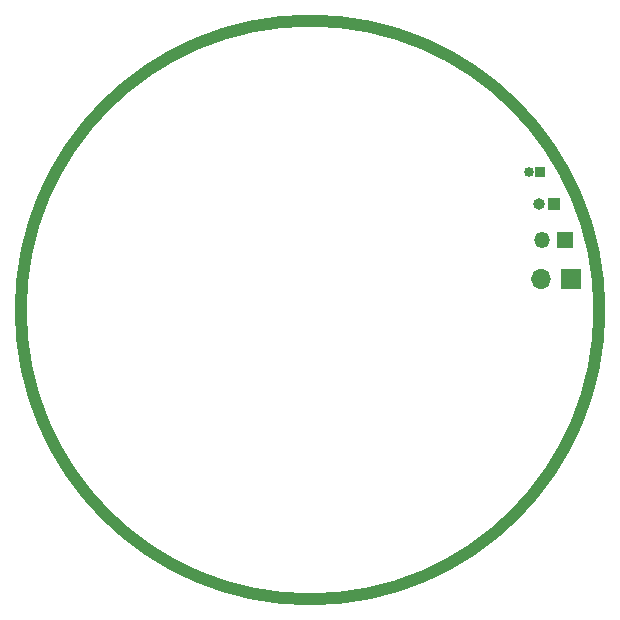
<source format=gbr>
%TF.GenerationSoftware,KiCad,Pcbnew,(7.0.0)*%
%TF.CreationDate,2024-12-03T23:26:00+05:30*%
%TF.ProjectId,IEEE CAS Logo,49454545-2043-4415-9320-4c6f676f2e6b,rev?*%
%TF.SameCoordinates,Original*%
%TF.FileFunction,Soldermask,Bot*%
%TF.FilePolarity,Negative*%
%FSLAX46Y46*%
G04 Gerber Fmt 4.6, Leading zero omitted, Abs format (unit mm)*
G04 Created by KiCad (PCBNEW (7.0.0)) date 2024-12-03 23:26:00*
%MOMM*%
%LPD*%
G01*
G04 APERTURE LIST*
%ADD10C,1.000000*%
%ADD11R,1.350000X1.350000*%
%ADD12O,1.350000X1.350000*%
%ADD13R,1.000000X1.000000*%
%ADD14O,1.000000X1.000000*%
%ADD15R,0.850000X0.850000*%
%ADD16O,0.850000X0.850000*%
%ADD17R,1.700000X1.700000*%
%ADD18O,1.700000X1.700000*%
G04 APERTURE END LIST*
D10*
X165500000Y-101000000D02*
G75*
G03*
X165500000Y-101000000I-24500000J0D01*
G01*
D11*
%TO.C,REF\u002A\u002A*%
X162599999Y-95099999D03*
D12*
X160599999Y-95099999D03*
%TD*%
D13*
%TO.C,REF\u002A\u002A*%
X161649999Y-91999999D03*
D14*
X160379999Y-91999999D03*
%TD*%
D15*
%TO.C,REF\u002A\u002A*%
X160499999Y-89299999D03*
D16*
X159499999Y-89299999D03*
%TD*%
D17*
%TO.C,REF\u002A\u002A*%
X163074999Y-98399999D03*
D18*
X160534999Y-98399999D03*
%TD*%
M02*

</source>
